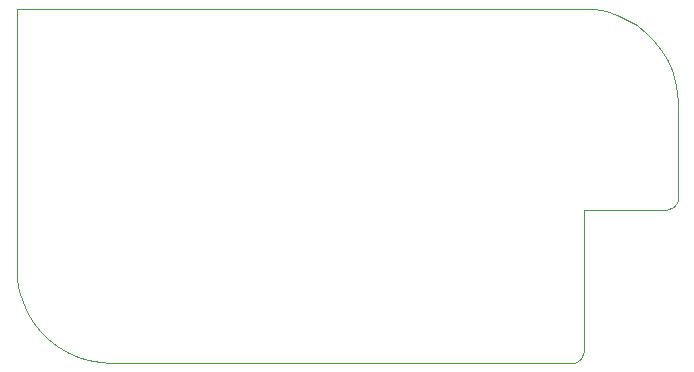
<source format=gm1>
G04*
G04 #@! TF.GenerationSoftware,Altium Limited,Altium Designer,23.1.1 (15)*
G04*
G04 Layer_Color=16711935*
%FSLAX25Y25*%
%MOIN*%
G70*
G04*
G04 #@! TF.SameCoordinates,C0A30D0B-07C8-471D-B3AC-2C571FC99935*
G04*
G04*
G04 #@! TF.FilePolarity,Positive*
G04*
G01*
G75*
%ADD82C,0.00039*%
D82*
X27701Y-117881D02*
X31497Y-118110D01*
X23960Y-117195D02*
X27701Y-117881D01*
X20329Y-116064D02*
X23960Y-117195D01*
X16860Y-114503D02*
X20329Y-116064D01*
X13606Y-112535D02*
X16860Y-114503D01*
X10612Y-110189D02*
X13606Y-112535D01*
X7922Y-107500D02*
X10612Y-110189D01*
X5577Y-104506D02*
X7922Y-107500D01*
X3609Y-101251D02*
X5577Y-104506D01*
X2048Y-97783D02*
X3609Y-101251D01*
X917Y-94152D02*
X2048Y-97783D01*
X231Y-90411D02*
X917Y-94152D01*
X1Y-86614D02*
X231Y-90411D01*
X1Y-0D02*
X1Y-86614D01*
X1Y-0D02*
X188978D01*
X192774Y-230D01*
X196515Y-915D01*
X200146Y-2047D01*
X203615Y-3608D01*
X206870Y-5575D01*
X209863Y-7921D01*
X212553Y-10610D01*
X214898Y-13604D01*
X216866Y-16859D01*
X218427Y-20327D01*
X219559Y-23959D01*
X220244Y-27700D01*
X220474Y-31496D01*
Y-62992D02*
Y-31496D01*
X220375Y-63868D02*
X220474Y-62992D01*
X220084Y-64700D02*
X220375Y-63868D01*
X219615Y-65447D02*
X220084Y-64700D01*
X218991Y-66070D02*
X219615Y-65447D01*
X218245Y-66539D02*
X218991Y-66070D01*
X217413Y-66830D02*
X218245Y-66539D01*
X216537Y-66929D02*
X217413Y-66830D01*
X188978Y-66929D02*
X216537D01*
X188978Y-114173D02*
Y-66929D01*
X188879Y-115049D02*
X188978Y-114173D01*
X188588Y-115882D02*
X188879Y-115049D01*
X188119Y-116628D02*
X188588Y-115882D01*
X187495Y-117251D02*
X188119Y-116628D01*
X186749Y-117720D02*
X187495Y-117251D01*
X185917Y-118012D02*
X186749Y-117720D01*
X185041Y-118110D02*
X185917Y-118012D01*
X31497Y-118110D02*
X185041D01*
X27701Y-117881D02*
X31497Y-118110D01*
X23960Y-117195D02*
X27701Y-117881D01*
X20329Y-116064D02*
X23960Y-117195D01*
X16860Y-114503D02*
X20329Y-116064D01*
X13606Y-112535D02*
X16860Y-114503D01*
X10612Y-110189D02*
X13606Y-112535D01*
X7922Y-107500D02*
X10612Y-110189D01*
X5577Y-104506D02*
X7922Y-107500D01*
X3609Y-101251D02*
X5577Y-104506D01*
X2048Y-97783D02*
X3609Y-101251D01*
X917Y-94152D02*
X2048Y-97783D01*
X231Y-90411D02*
X917Y-94152D01*
X1Y-86614D02*
X231Y-90411D01*
X1Y-0D02*
X1Y-86614D01*
X1Y-0D02*
X188978D01*
X192774Y-230D01*
X196515Y-915D01*
X200146Y-2047D01*
X203615Y-3608D01*
X206870Y-5575D01*
X209863Y-7921D01*
X212553Y-10610D01*
X214898Y-13604D01*
X216866Y-16859D01*
X218427Y-20327D01*
X219559Y-23959D01*
X220244Y-27700D01*
X220474Y-31496D01*
Y-62992D02*
Y-31496D01*
X220375Y-63868D02*
X220474Y-62992D01*
X220084Y-64700D02*
X220375Y-63868D01*
X219615Y-65447D02*
X220084Y-64700D01*
X218991Y-66070D02*
X219615Y-65447D01*
X218245Y-66539D02*
X218991Y-66070D01*
X217413Y-66830D02*
X218245Y-66539D01*
X216537Y-66929D02*
X217413Y-66830D01*
X188978Y-66929D02*
X216537D01*
X188978Y-114173D02*
Y-66929D01*
X188879Y-115049D02*
X188978Y-114173D01*
X188588Y-115882D02*
X188879Y-115049D01*
X188119Y-116628D02*
X188588Y-115882D01*
X187495Y-117251D02*
X188119Y-116628D01*
X186749Y-117720D02*
X187495Y-117251D01*
X185917Y-118012D02*
X186749Y-117720D01*
X185041Y-118110D02*
X185917Y-118012D01*
X31497Y-118110D02*
X185041D01*
X27701Y-117881D02*
X31497Y-118110D01*
X23960Y-117195D02*
X27701Y-117881D01*
X20329Y-116064D02*
X23960Y-117195D01*
X16860Y-114503D02*
X20329Y-116064D01*
X13606Y-112535D02*
X16860Y-114503D01*
X10612Y-110189D02*
X13606Y-112535D01*
X7922Y-107500D02*
X10612Y-110189D01*
X5577Y-104506D02*
X7922Y-107500D01*
X3609Y-101251D02*
X5577Y-104506D01*
X2048Y-97783D02*
X3609Y-101251D01*
X917Y-94152D02*
X2048Y-97783D01*
X231Y-90411D02*
X917Y-94152D01*
X1Y-86614D02*
X231Y-90411D01*
X1Y-0D02*
X1Y-86614D01*
X1Y-0D02*
X188978D01*
X192774Y-230D01*
X196515Y-915D01*
X200146Y-2047D01*
X203615Y-3608D01*
X206870Y-5575D01*
X209863Y-7921D01*
X212553Y-10610D01*
X214898Y-13604D01*
X216866Y-16859D01*
X218427Y-20327D01*
X219559Y-23959D01*
X220244Y-27700D01*
X220474Y-31496D01*
Y-62992D02*
Y-31496D01*
X220375Y-63868D02*
X220474Y-62992D01*
X220084Y-64700D02*
X220375Y-63868D01*
X219615Y-65447D02*
X220084Y-64700D01*
X218991Y-66070D02*
X219615Y-65447D01*
X218245Y-66539D02*
X218991Y-66070D01*
X217413Y-66830D02*
X218245Y-66539D01*
X216537Y-66929D02*
X217413Y-66830D01*
X188978Y-66929D02*
X216537D01*
X188978Y-114173D02*
Y-66929D01*
X188879Y-115049D02*
X188978Y-114173D01*
X188588Y-115882D02*
X188879Y-115049D01*
X188119Y-116628D02*
X188588Y-115882D01*
X187495Y-117251D02*
X188119Y-116628D01*
X186749Y-117720D02*
X187495Y-117251D01*
X185917Y-118012D02*
X186749Y-117720D01*
X185041Y-118110D02*
X185917Y-118012D01*
X31497Y-118110D02*
X185041D01*
M02*

</source>
